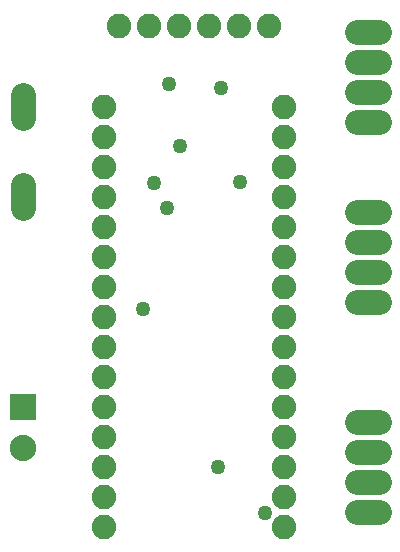
<source format=gbr>
G04 EAGLE Gerber RS-274X export*
G75*
%MOMM*%
%FSLAX34Y34*%
%LPD*%
%INSoldermask Top*%
%IPPOS*%
%AMOC8*
5,1,8,0,0,1.08239X$1,22.5*%
G01*
%ADD10C,2.082800*%
%ADD11C,2.082800*%
%ADD12R,2.235200X2.235200*%
%ADD13C,2.235200*%
%ADD14C,1.270000*%


D10*
X93980Y381000D03*
X93980Y355600D03*
X93980Y330200D03*
X93980Y304800D03*
X93980Y279400D03*
X93980Y254000D03*
X93980Y228600D03*
X93980Y203200D03*
X93980Y177800D03*
X93980Y152400D03*
X93980Y127000D03*
X93980Y101600D03*
X93980Y76200D03*
X93980Y50800D03*
X93980Y25400D03*
X246380Y25400D03*
X246380Y50800D03*
X246380Y76200D03*
X246380Y101600D03*
X246380Y127000D03*
X246380Y152400D03*
X246380Y177800D03*
X246380Y203200D03*
X246380Y228600D03*
X246380Y254000D03*
X246380Y279400D03*
X246380Y304800D03*
X246380Y330200D03*
X246380Y355600D03*
X246380Y381000D03*
D11*
X25400Y314198D02*
X25400Y295402D01*
X25400Y371602D02*
X25400Y390398D01*
X308102Y38100D02*
X326898Y38100D01*
X326898Y63500D02*
X308102Y63500D01*
X308102Y88900D02*
X326898Y88900D01*
X326898Y114300D02*
X308102Y114300D01*
X308102Y215900D02*
X326898Y215900D01*
X326898Y241300D02*
X308102Y241300D01*
X308102Y266700D02*
X326898Y266700D01*
X326898Y292100D02*
X308102Y292100D01*
X308102Y368300D02*
X326898Y368300D01*
X326898Y393700D02*
X308102Y393700D01*
X308102Y419100D02*
X326898Y419100D01*
X326898Y444500D02*
X308102Y444500D01*
D12*
X25400Y127000D03*
D13*
X25400Y92000D03*
D10*
X233680Y449580D03*
X208280Y449580D03*
X182880Y449580D03*
X157480Y449580D03*
X132080Y449580D03*
X106680Y449580D03*
D14*
X136525Y315913D03*
X209550Y317500D03*
X127000Y209550D03*
X149225Y400050D03*
X190500Y76200D03*
X230188Y36513D03*
X147638Y295275D03*
X158750Y347663D03*
X193675Y396875D03*
M02*

</source>
